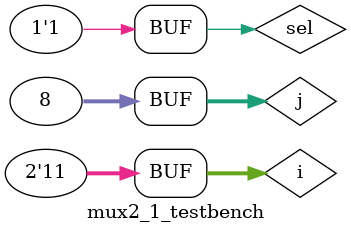
<source format=sv>
`timescale 1ns/10ps
module mux32_1(out, i, sel);
	// out represents the output of the multiplexer
	output logic out;
	// i represents the 32 inputs into the mux
	input logic [31:0] i;
	// sel represents the select input that selects which of the 32 inputs to output
	input logic [4:0] sel;

	logic v0, v1;

	mux16_1 m0(.out(v0), .i(i[15:0]), .sel0(sel[0]), .sel1(sel[1]), .sel2(sel[2]), .sel3(sel[3]));
	mux16_1 m1(.out(v1), .i(i[31:16]), .sel0(sel[0]), .sel1(sel[1]), .sel2(sel[2]), .sel3(sel[3]));
	mux2_1 m (.out(out), .i({v1, v0}), .sel(sel[4]));
	 
endmodule
	
module mux2_1_64 (out, i1, i0, sel);
	input logic sel;
	input logic[63:0] i1, i0;
	output logic [63:0] out;
	
	genvar i;
	generate
		for(i = 0; i < 64; i++) begin: findResult
			mux2_1 find (.out(out[i]), .i({i1[i], i0[i]}), .sel(sel));
		end
	endgenerate
endmodule

module MUX_64_32to1(out, i31, i30, i29, i28, i27, i26, i25, i24, i23, i22, i21, i20, i19, i18, i17, i16,
						  i15, i14, i13, i12, i11, i10, i9, i8, i7, i6, i5, i4, i3, i2, i1, i0, sel);
		
		output logic [63:0] out;
		input logic [63:0] i31, i30, i29, i28, i27, i26, i25, i24, i23, i22, i21, i20, i19, i18, i17, i16,
								 i15, i14, i13, i12, i11, i10, i9, i8, i7, i6, i5, i4, i3, i2, i1, i0;
		input logic [4:0] sel;
		
		
		genvar i;
		generate
			for(i = 0; i < 64; i++) begin: findOut
				mux32_1 findResult (.out(out[i]), .i({ i31[i], i30[i], i29[i], i28[i], i27[i], i26[i], i25[i], i24[i], i23[i], i22[i], i21[i], i20[i],
													i19[i], i18[i], i17[i], i16[i], i15[i], i14[i], i13[i], i12[i], i11[i], i10[i], i9[i], i8[i],
													i7[i], i6[i], i5[i], i4[i], i3[i], i2[i], i1[i], i0[i] }), .sel(sel));
			end		
		endgenerate
					  
endmodule

module mux16_1(out, i, sel0, sel1, sel2, sel3);
 output logic out;
 input logic [15:0] i;
 input logic sel0, sel1, sel2, sel3;

 logic v0, v1;

 mux8_1 m0(.out(v0), .i(i[7:0]), .sel0(sel0), .sel1(sel1), .sel2(sel2));
 mux8_1 m1(.out(v1), .i(i[15:8]), .sel0(sel0), .sel1(sel1), .sel2(sel2));
 mux2_1 m (.out(out), .i({v1, v0}), .sel(sel3));
endmodule

module mux16_1_testbench();
 logic [15:0] i;
 logic sel0, sel1, sel2, sel3;
 logic out;

 mux16_1 dut (.out, .i, .sel0, .sel1, .sel2, .sel3);

 integer j;
 initial begin
	for(j = 0; j < (2**20); j++) begin
		{sel3, sel2, sel1, sel0, i} = j; #10;
	end
 end

endmodule 

module mux8_1(out, i, sel0, sel1, sel2);
 output logic out;
 input logic [7:0] i;
 input logic sel0, sel1, sel2;

 logic v0, v1;

 mux4_1 m0(.out(v0), .i(i[3:0]), .sel0(sel0), .sel1(sel1));
 mux4_1 m1(.out(v1), .i(i[7:4]), .sel0(sel0), .sel1(sel1));
 mux2_1 m (.out(out), .i({v1, v0}), .sel(sel2));
endmodule

module mux8_1_testbench();
 logic [7:0] i;
 logic sel0, sel1, sel2;
 logic out;

 mux8_1 dut (.out, .i, .sel0, .sel1, .sel2);

 integer j;
 initial begin
	for(j=0; j<(2**11); j++) begin
		{sel2, sel1, sel0, i} = j; #10;
	end
 end
endmodule 

// TODO: Have Brian check
module mux_64_4_1 (out, i3, i2, i1, i0, sel0, sel1);
	output logic [63:0] out;
	input logic [63:0] i3, i2, i1, i0;
	input logic sel0, sel1;
	
	genvar i;
	generate
		for(i = 0; i < 64; i++) begin: findResult
			mux4_1 find (.out(out[i]), .i({i3[i], i2[i], i1[i], i0[i]}), .sel0(sel0), .sel1(sel1));
		end
	endgenerate
	
endmodule



module mux4_1(out, i, sel0, sel1);
 output logic out;
 input logic [3:0] i;
 input logic sel0, sel1;

 logic v0, v1;

 mux2_1 m0(.out(v0), .i(i[1:0]), .sel(sel0));
 mux2_1 m1(.out(v1), .i(i[3:2]), .sel(sel0));
 mux2_1 m (.out(out), .i({v1, v0}), .sel(sel1));
endmodule

module mux4_1_testbench();
 logic [3:0] i;
 logic sel0, sel1;
 logic out;

 mux4_1 dut (.out, .i, .sel0, .sel1);

 integer j;
 initial begin
	for (j = 0; j < (2**6); j++) begin
		{sel1, sel0, i} = j; #10;
	end
 end
endmodule 

module mux2_1(out, i, sel);
 output logic out;
 input logic [1:0] i;
 input logic sel;

 and mux1 (temp1, i[1], sel);
 and mux2 (temp2, i[0], ~sel);
 or add (out, temp1, temp2);
endmodule

module mux2_1_testbench();
 logic [1:0]i;
 logic sel;
 logic out;

 mux2_1 dut (.out, .i, .sel);

 
 integer j;
	initial begin
		for(j=0; j<(2**3); j++) begin
			{sel, i} = j; #10;
		end
	end
 
endmodule 
</source>
